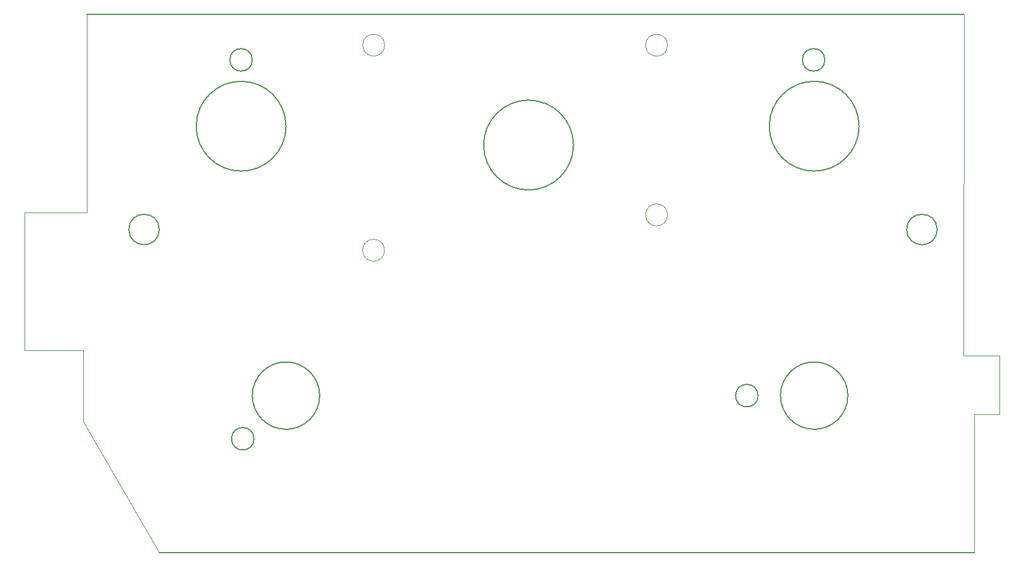
<source format=gbr>
%TF.GenerationSoftware,KiCad,Pcbnew,(5.1.6)-1*%
%TF.CreationDate,2020-11-25T11:28:29+11:00*%
%TF.ProjectId,SNSR Panel PCB V1,534e5352-2050-4616-9e65-6c2050434220,rev?*%
%TF.SameCoordinates,Original*%
%TF.FileFunction,Profile,NP*%
%FSLAX46Y46*%
G04 Gerber Fmt 4.6, Leading zero omitted, Abs format (unit mm)*
G04 Created by KiCad (PCBNEW (5.1.6)-1) date 2020-11-25 11:28:29*
%MOMM*%
%LPD*%
G01*
G04 APERTURE LIST*
%TA.AperFunction,Profile*%
%ADD10C,0.050000*%
%TD*%
%TA.AperFunction,Profile*%
%ADD11C,0.200000*%
%TD*%
G04 APERTURE END LIST*
D10*
X89484200Y-77698600D02*
X89484200Y-49606200D01*
X80645000Y-77673200D02*
X89484200Y-77698600D01*
X80645000Y-97180400D02*
X80645000Y-77673200D01*
X88900000Y-97180400D02*
X80645000Y-97180400D01*
X88925400Y-107238800D02*
X88900000Y-97180400D01*
X99720400Y-125755400D02*
X88925400Y-107238800D01*
X213385400Y-97917000D02*
X213461600Y-49606200D01*
X218516200Y-97917000D02*
X213385400Y-97917000D01*
X218516200Y-106172000D02*
X218516200Y-97917000D01*
X214934800Y-106172000D02*
X218516200Y-106172000D01*
X214960200Y-125782402D02*
X214934800Y-106172000D01*
D11*
X117607258Y-65457402D02*
G75*
G03*
X117607258Y-65457402I-6349999J0D01*
G01*
X99693909Y-80062402D02*
G75*
G03*
X99693909Y-80062402I-2152650J0D01*
G01*
X214960200Y-125782402D02*
X99720400Y-125755400D01*
X112844759Y-56082910D02*
G75*
G03*
X112844759Y-56082910I-1587500J0D01*
G01*
X122369758Y-103557402D02*
G75*
G03*
X122369758Y-103557402I-4762499J0D01*
G01*
X198633259Y-65457402D02*
G75*
G03*
X198633259Y-65457402I-6350000J0D01*
G01*
X197045759Y-103557402D02*
G75*
G03*
X197045759Y-103557402I-4762500J0D01*
G01*
X89484200Y-49606200D02*
X213461600Y-49606200D01*
X113075433Y-109652056D02*
G75*
G03*
X113075433Y-109652056I-1587500J0D01*
G01*
X193790190Y-56082910D02*
G75*
G03*
X193790190Y-56082910I-1587500J0D01*
G01*
X209675909Y-80062402D02*
G75*
G03*
X209675909Y-80062402I-2152651J0D01*
G01*
X184345758Y-103557402D02*
G75*
G03*
X184345758Y-103557402I-1587499J0D01*
G01*
X158247259Y-68124402D02*
G75*
G03*
X158247259Y-68124402I-6350000J0D01*
G01*
D10*
X171550000Y-54000000D02*
G75*
G03*
X171550000Y-54000000I-1550000J0D01*
G01*
X131550000Y-54000000D02*
G75*
G03*
X131550000Y-54000000I-1550000J0D01*
G01*
X131550000Y-83000000D02*
G75*
G03*
X131550000Y-83000000I-1550000J0D01*
G01*
X171550000Y-78000000D02*
G75*
G03*
X171550000Y-78000000I-1550000J0D01*
G01*
M02*

</source>
